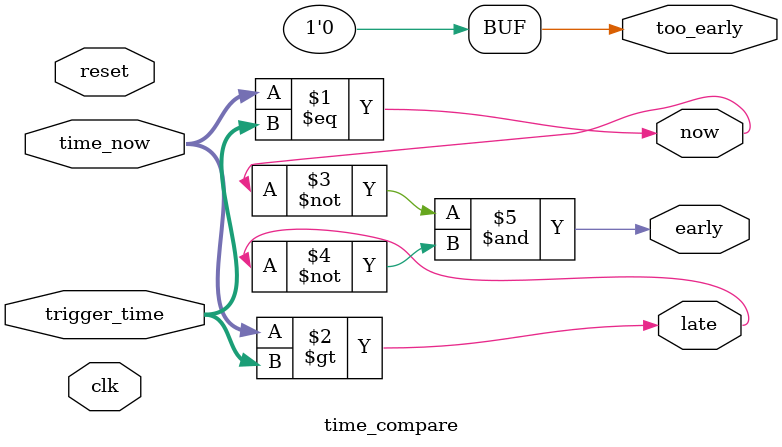
<source format=v>




module time_compare
  (
   input clk,
   input reset,
   input [63:0] time_now,
   input [63:0] trigger_time,
   output now,
   output early,
   output late,
   output too_early);

/*
   reg [63:0] time_diff;

   always @(posedge clk) begin
        if (reset) begin
            time_diff <= 64'b0;
            now <= 1'b0;
            late <= 1'b0;
            early <= 1'b0;
        end
        else begin
          time_diff <= trigger_time - time_now;
          now <= ~(|time_diff);
          late <= time_diff[63];
          early <= ~now & ~late;
       end
   end
   //assign now = ~(|time_diff);
   //assign late = time_diff[63];
   //assign early = ~now & ~late;
   assign too_early = 0; //not implemented
*/

    assign now = time_now == trigger_time;
    assign late = time_now > trigger_time;
    assign early = ~now & ~late;
    assign too_early = 0; //not implemented

endmodule // time_compare

</source>
